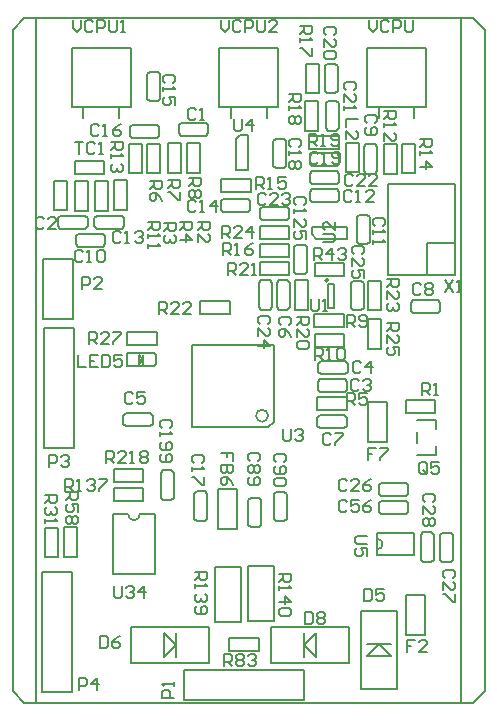
<source format=gto>
%FSLAX25Y25*%
%MOIN*%
G70*
G01*
G75*
%ADD10R,0.02756X0.03347*%
%ADD11R,0.03347X0.02756*%
%ADD12O,0.05500X0.02500*%
%ADD13R,0.05500X0.02500*%
%ADD14R,0.07874X0.07874*%
%ADD15R,0.07087X0.03937*%
%ADD16R,0.05118X0.03937*%
%ADD17R,0.07874X0.07874*%
%ADD18O,0.01969X0.03543*%
%ADD19O,0.01969X0.03543*%
%ADD20R,0.01969X0.03543*%
%ADD21O,0.04724X0.00984*%
%ADD22R,0.04724X0.01772*%
%ADD23O,0.04724X0.01772*%
%ADD24O,0.00984X0.04724*%
%ADD25O,0.01772X0.04724*%
%ADD26R,0.03937X0.02362*%
%ADD27R,0.04724X0.02362*%
%ADD28R,0.06299X0.07087*%
%ADD29R,0.03347X0.01575*%
%ADD30R,0.02362X0.04724*%
%ADD31C,0.02000*%
%ADD32C,0.03000*%
%ADD33C,0.01200*%
%ADD34C,0.04000*%
%ADD35C,0.00800*%
%ADD36C,0.01500*%
%ADD37C,0.01000*%
%ADD38C,0.00500*%
%ADD39R,0.05906X0.05906*%
%ADD40C,0.05906*%
%ADD41R,0.05906X0.05906*%
%ADD42R,0.19685X0.23622*%
%ADD43C,0.02000*%
%ADD44C,0.03000*%
%ADD45C,0.00787*%
D38*
X136219Y-204900D02*
G03*
X140219Y-204900I2000J0D01*
G01*
X219338Y-216666D02*
G03*
X219338Y-213123I0J1772D01*
G01*
X182900Y-172100D02*
G03*
X182900Y-172100I-2000J0D01*
G01*
X153919Y-78765D02*
X162187D01*
X162974Y-77978D02*
Y-75222D01*
X153131Y-77978D02*
Y-75222D01*
X153919Y-74435D02*
X162187D01*
X153131Y-75222D02*
X153919Y-74435D01*
X153131Y-77978D02*
X153919Y-78765D01*
X162187D02*
X162974Y-77978D01*
X162187Y-74435D02*
X162974Y-75222D01*
X180688Y-208481D02*
Y-200213D01*
X177145Y-199426D02*
X179901D01*
X177145Y-209268D02*
X179901D01*
X176357Y-208481D02*
Y-200213D01*
Y-208481D02*
X177145Y-209268D01*
X179901D02*
X180688Y-208481D01*
X179901Y-199426D02*
X180688Y-200213D01*
X176357D02*
X177145Y-199426D01*
X158335Y-206387D02*
Y-198119D01*
X159122Y-207174D02*
X161878D01*
X159122Y-197332D02*
X161878D01*
X162665Y-206387D02*
Y-198119D01*
X161878Y-197332D02*
X162665Y-198119D01*
X158335D02*
X159122Y-197332D01*
X158335Y-206387D02*
X159122Y-207174D01*
X161878D02*
X162665Y-206387D01*
X135831Y-155565D02*
Y-151235D01*
Y-155565D02*
X144887D01*
X145674Y-154778D02*
Y-152022D01*
X135831Y-151235D02*
X144887D01*
X144887Y-155565D02*
X145674Y-154778D01*
X141245Y-154778D02*
Y-152022D01*
X139867Y-154778D02*
Y-152022D01*
X141245Y-153400D01*
X139867Y-154778D02*
X141245Y-153400D01*
X139867D02*
X141245D01*
X144887Y-151235D02*
X145674Y-152022D01*
X145774Y-148565D02*
Y-144235D01*
X135932Y-148565D02*
Y-144235D01*
Y-148565D02*
X145774D01*
X135932Y-144235D02*
X145774D01*
X228758Y-171265D02*
X238600D01*
X228758Y-166935D02*
X238600D01*
Y-171265D02*
Y-166935D01*
X228758Y-171265D02*
Y-166935D01*
X140219Y-204900D02*
X145219D01*
X131219D02*
X136219D01*
X131219Y-224900D02*
X145219D01*
Y-204900D01*
X131219Y-224900D02*
Y-204900D01*
X131431Y-196335D02*
X141274D01*
X131431Y-200665D02*
X141274D01*
X131431D02*
Y-196335D01*
X141274Y-200665D02*
Y-196335D01*
X148205Y-252437D02*
X152143Y-248500D01*
X148205Y-244563D02*
X152143Y-248500D01*
Y-252437D02*
Y-244563D01*
X148205Y-252437D02*
Y-244563D01*
X137182Y-242595D02*
X163166D01*
Y-254405D02*
Y-242595D01*
X137182Y-254405D02*
X163166D01*
X137182D02*
Y-242595D01*
X131532Y-189935D02*
X141374D01*
X131532Y-194265D02*
X141374D01*
X131532D02*
Y-189935D01*
X141374Y-194265D02*
Y-189935D01*
X165269Y-240856D02*
Y-222549D01*
X173931Y-240856D02*
Y-222549D01*
X165269D02*
X173931D01*
X165269Y-240856D02*
X173931D01*
X147135Y-199387D02*
Y-191119D01*
X147922Y-200174D02*
X150678D01*
X147922Y-190331D02*
X150678D01*
X151465Y-199387D02*
Y-191119D01*
X150678Y-190331D02*
X151465Y-191119D01*
X147135D02*
X147922Y-190331D01*
X147135Y-199387D02*
X147922Y-200174D01*
X150678D02*
X151465Y-199387D01*
X114835Y-219069D02*
Y-209226D01*
X119165Y-219069D02*
Y-209226D01*
X114835Y-219069D02*
X119165D01*
X114835Y-209226D02*
X119165D01*
X176169Y-240656D02*
Y-222349D01*
X184831Y-240656D02*
Y-222349D01*
X176169D02*
X184831D01*
X176169Y-240656D02*
X184831D01*
X194957Y-248500D02*
X198895Y-244563D01*
X194957Y-248500D02*
X198895Y-252437D01*
X194957D02*
Y-244563D01*
X198895Y-252437D02*
Y-244563D01*
X183934Y-254405D02*
X209918D01*
X183934D02*
Y-242595D01*
X209918D01*
Y-254405D02*
Y-242595D01*
X108535Y-219268D02*
Y-209426D01*
X112865Y-219268D02*
Y-209426D01*
X108535Y-219268D02*
X112865D01*
X108535Y-209426D02*
X112865D01*
X172650Y-209856D02*
Y-196470D01*
X166350Y-209856D02*
Y-196470D01*
X172650Y-197454D02*
X172650D01*
X166350Y-209856D02*
X172650D01*
X166350Y-196470D02*
X172650D01*
X169926Y-250665D02*
X179769D01*
X169926Y-246335D02*
X179769D01*
Y-250665D02*
Y-246335D01*
X169926Y-250665D02*
Y-246335D01*
X189165Y-206581D02*
Y-198313D01*
X185622Y-197526D02*
X188378D01*
X185622Y-207368D02*
X188378D01*
X184835Y-206581D02*
Y-198313D01*
Y-206581D02*
X185622Y-207368D01*
X188378D02*
X189165Y-206581D01*
X188378Y-197526D02*
X189165Y-198313D01*
X184835D02*
X185622Y-197526D01*
X219900Y-248158D02*
X223837Y-252095D01*
X215963D02*
X219900Y-248158D01*
X215963D02*
X223837D01*
X215963Y-252095D02*
X223837D01*
X213995Y-263118D02*
Y-237134D01*
X225805D01*
Y-263118D02*
Y-237134D01*
X213995Y-263118D02*
X225805D01*
X219338Y-211351D02*
X231542D01*
Y-218438D02*
Y-211351D01*
X219338Y-218438D02*
Y-211351D01*
Y-218438D02*
X231542D01*
X229050Y-231870D02*
X235350D01*
X229050Y-245256D02*
X235350D01*
X235350Y-232854D02*
X235350D01*
X229050Y-245256D02*
Y-231870D01*
X235350Y-245256D02*
Y-231870D01*
X220519Y-204865D02*
X228787D01*
X229574Y-204078D02*
Y-201322D01*
X219731Y-204078D02*
Y-201322D01*
X220519Y-200535D02*
X228787D01*
X219731Y-201322D02*
X220519Y-200535D01*
X219731Y-204078D02*
X220519Y-204865D01*
X228787D02*
X229574Y-204078D01*
X228787Y-200535D02*
X229574Y-201322D01*
X220613Y-194535D02*
X228881D01*
X219826Y-198078D02*
Y-195322D01*
X229668Y-198078D02*
Y-195322D01*
X220613Y-198865D02*
X228881D01*
X229668Y-198078D01*
X228881Y-194535D02*
X229668Y-195322D01*
X219826D02*
X220613Y-194535D01*
X219826Y-198078D02*
X220613Y-198865D01*
X238065Y-220081D02*
Y-211813D01*
X234522Y-211026D02*
X237278D01*
X234522Y-220868D02*
X237278D01*
X233735Y-220081D02*
Y-211813D01*
Y-220081D02*
X234522Y-220868D01*
X237278D02*
X238065Y-220081D01*
X237278Y-211026D02*
X238065Y-211813D01*
X233735D02*
X234522Y-211026D01*
X240235Y-220187D02*
Y-211919D01*
X241022Y-220974D02*
X243778D01*
X241022Y-211132D02*
X243778D01*
X244565Y-220187D02*
Y-211919D01*
X243778Y-211132D02*
X244565Y-211919D01*
X240235D02*
X241022Y-211132D01*
X240235Y-220187D02*
X241022Y-220974D01*
X243778D02*
X244565Y-220187D01*
X197613Y-84635D02*
X205881D01*
X196826Y-88178D02*
Y-85422D01*
X206668Y-88178D02*
Y-85422D01*
X197613Y-88965D02*
X205881D01*
X206668Y-88178D01*
X205881Y-84635D02*
X206668Y-85422D01*
X196826D02*
X197613Y-84635D01*
X196826Y-88178D02*
X197613Y-88965D01*
X195865Y-124181D02*
Y-115913D01*
X192322Y-115126D02*
X195078D01*
X192322Y-124969D02*
X195078D01*
X191535Y-124181D02*
Y-115913D01*
Y-124181D02*
X192322Y-124969D01*
X195078D02*
X195865Y-124181D01*
X195078Y-115126D02*
X195865Y-115913D01*
X191535D02*
X192322Y-115126D01*
X197613Y-96635D02*
X205881D01*
X196826Y-100178D02*
Y-97422D01*
X206668Y-100178D02*
Y-97422D01*
X197613Y-100965D02*
X205881D01*
X206668Y-100178D01*
X205881Y-96635D02*
X206668Y-97422D01*
X196826D02*
X197613Y-96635D01*
X196826Y-100178D02*
X197613Y-100965D01*
X216765Y-114181D02*
Y-105913D01*
X213222Y-105126D02*
X215978D01*
X213222Y-114969D02*
X215978D01*
X212435Y-114181D02*
Y-105913D01*
Y-114181D02*
X213222Y-114969D01*
X215978D02*
X216765Y-114181D01*
X215978Y-105126D02*
X216765Y-105913D01*
X212435D02*
X213222Y-105126D01*
X136435Y-91369D02*
Y-81526D01*
X140765Y-91369D02*
Y-81526D01*
X136435Y-91369D02*
X140765D01*
X136435Y-81526D02*
X140765D01*
X119619Y-115765D02*
X127887D01*
X128674Y-114978D02*
Y-112222D01*
X118832Y-114978D02*
Y-112222D01*
X119619Y-111435D02*
X127887D01*
X118832Y-112222D02*
X119619Y-111435D01*
X118832Y-114978D02*
X119619Y-115765D01*
X127887D02*
X128674Y-114978D01*
X127887Y-111435D02*
X128674Y-112222D01*
X125819Y-109765D02*
X134087D01*
X134874Y-108978D02*
Y-106222D01*
X125031Y-108978D02*
Y-106222D01*
X125819Y-105435D02*
X134087D01*
X125031Y-106222D02*
X125819Y-105435D01*
X125031Y-108978D02*
X125819Y-109765D01*
X134087D02*
X134874Y-108978D01*
X134087Y-105435D02*
X134874Y-106222D01*
X157404Y-176021D02*
X182994D01*
X182994D02*
X184963Y-174053D01*
X184963Y-174053D02*
Y-148462D01*
X157404D02*
X184963D01*
X157404Y-176021D02*
Y-148462D01*
X160226Y-138265D02*
X170069D01*
X160226Y-133935D02*
X170069D01*
Y-138265D02*
Y-133935D01*
X160226Y-138265D02*
Y-133935D01*
X199326Y-170265D02*
X209169D01*
X199326Y-165935D02*
X209169D01*
Y-170265D02*
Y-165935D01*
X199326Y-170265D02*
Y-165935D01*
X200213Y-160035D02*
X208481D01*
X199426Y-163578D02*
Y-160822D01*
X209268Y-163578D02*
Y-160822D01*
X200213Y-164365D02*
X208481D01*
X209268Y-163578D01*
X208481Y-160035D02*
X209268Y-160822D01*
X199426D02*
X200213Y-160035D01*
X199426Y-163578D02*
X200213Y-164365D01*
X188965Y-88781D02*
Y-80513D01*
X185422Y-79726D02*
X188178D01*
X185422Y-89569D02*
X188178D01*
X184635Y-88781D02*
Y-80513D01*
Y-88781D02*
X185422Y-89569D01*
X188178D02*
X188965Y-88781D01*
X188178Y-79726D02*
X188965Y-80513D01*
X184635D02*
X185422Y-79726D01*
X135419Y-175665D02*
X143687D01*
X144474Y-174878D02*
Y-172122D01*
X134632Y-174878D02*
Y-172122D01*
X135419Y-171335D02*
X143687D01*
X134632Y-172122D02*
X135419Y-171335D01*
X134632Y-174878D02*
X135419Y-175665D01*
X143687D02*
X144474Y-174878D01*
X143687Y-171335D02*
X144474Y-172122D01*
X200413Y-154035D02*
X208681D01*
X199626Y-157578D02*
Y-154822D01*
X209469Y-157578D02*
Y-154822D01*
X200413Y-158365D02*
X208681D01*
X209469Y-157578D01*
X208681Y-154035D02*
X209469Y-154822D01*
X199626D02*
X200413Y-154035D01*
X199626Y-157578D02*
X200413Y-158365D01*
X200113Y-171935D02*
X208381D01*
X199326Y-175478D02*
Y-172722D01*
X209169Y-175478D02*
Y-172722D01*
X200113Y-176265D02*
X208381D01*
X209169Y-175478D01*
X208381Y-171935D02*
X209169Y-172722D01*
X199326D02*
X200113Y-171935D01*
X199326Y-175478D02*
X200113Y-176265D01*
X238968Y-185242D02*
Y-182290D01*
Y-176384D02*
Y-173432D01*
X232668Y-181109D02*
Y-177565D01*
Y-185242D02*
X238968D01*
X232668Y-173432D02*
X238968D01*
X235558Y-69081D02*
Y-49396D01*
X231621Y-73018D02*
Y-69081D01*
X219810Y-73018D02*
Y-69081D01*
X215873D02*
Y-49396D01*
X186346Y-69081D02*
Y-49396D01*
X182409Y-73018D02*
Y-69081D01*
X170598Y-73018D02*
Y-69081D01*
X166661D02*
Y-49396D01*
X117448D02*
X137133D01*
X166661D02*
X186346D01*
X215873D02*
X235558D01*
X137133Y-69081D02*
Y-49396D01*
X133196Y-73018D02*
Y-69081D01*
X215873D02*
X235558D01*
X166661D02*
X186346D01*
X121385Y-73018D02*
Y-69081D01*
X117448D02*
Y-49396D01*
Y-69081D02*
X137133D01*
X247369Y-267900D02*
Y-39553D01*
X105637Y-267900D02*
Y-39553D01*
X167126Y-103378D02*
X167913Y-104165D01*
X167126Y-100622D02*
X167913Y-99835D01*
X176181D02*
X176969Y-100622D01*
X176181Y-104165D02*
X176969Y-103378D01*
X167913Y-104165D02*
X176181D01*
X176969Y-103378D02*
Y-100622D01*
X167126Y-103378D02*
Y-100622D01*
X167913Y-99835D02*
X176181D01*
X142635Y-58213D02*
X143422Y-57426D01*
X146178D02*
X146965Y-58213D01*
X146178Y-67269D02*
X146965Y-66481D01*
X142635D02*
X143422Y-67269D01*
X142635Y-66481D02*
Y-58213D01*
X143422Y-67269D02*
X146178D01*
X143422Y-57426D02*
X146178D01*
X146965Y-66481D02*
Y-58213D01*
X198426Y-149065D02*
X208268D01*
X198426Y-144735D02*
X208268D01*
Y-149065D02*
Y-144735D01*
X198426Y-149065D02*
Y-144735D01*
X216250Y-180830D02*
Y-167444D01*
X222550Y-180830D02*
Y-167444D01*
X216250Y-179846D02*
X216250D01*
X216250Y-167444D02*
X222550D01*
X216250Y-180830D02*
X222550D01*
X136826Y-78778D02*
X137613Y-79565D01*
X136826Y-76022D02*
X137613Y-75235D01*
X145881D02*
X146669Y-76022D01*
X145881Y-79565D02*
X146669Y-78778D01*
X137613Y-79565D02*
X145881D01*
X146669Y-78778D02*
Y-76022D01*
X136826Y-78778D02*
Y-76022D01*
X137613Y-75235D02*
X145881D01*
X112926Y-108978D02*
X113713Y-109765D01*
X112926Y-106222D02*
X113713Y-105435D01*
X121981D02*
X122768Y-106222D01*
X121981Y-109765D02*
X122768Y-108978D01*
X113713Y-109765D02*
X121981D01*
X122768Y-108978D02*
Y-106222D01*
X112926Y-108978D02*
Y-106222D01*
X113713Y-105435D02*
X121981D01*
X189378Y-136774D02*
X190165Y-135987D01*
X185835D02*
X186622Y-136774D01*
X185835Y-127719D02*
X186622Y-126932D01*
X189378D02*
X190165Y-127719D01*
Y-135987D02*
Y-127719D01*
X186622Y-126932D02*
X189378D01*
X186622Y-136774D02*
X189378D01*
X185835Y-135987D02*
Y-127719D01*
X239487Y-133635D02*
X240274Y-134422D01*
X239487Y-137965D02*
X240274Y-137178D01*
X230432D02*
X231219Y-137965D01*
X230432Y-134422D02*
X231219Y-133635D01*
X239487D01*
X230432Y-137178D02*
Y-134422D01*
X240274Y-137178D02*
Y-134422D01*
X231219Y-137965D02*
X239487D01*
X214935Y-82413D02*
X215722Y-81626D01*
X218478D02*
X219265Y-82413D01*
X218478Y-91469D02*
X219265Y-90681D01*
X214935D02*
X215722Y-91469D01*
X214935Y-90681D02*
Y-82413D01*
X215722Y-91469D02*
X218478D01*
X215722Y-81626D02*
X218478D01*
X219265Y-90681D02*
Y-82413D01*
X205378Y-64674D02*
X206165Y-63887D01*
X201835D02*
X202622Y-64674D01*
X201835Y-55619D02*
X202622Y-54831D01*
X205378D02*
X206165Y-55619D01*
Y-63887D02*
Y-55619D01*
X202622Y-54831D02*
X205378D01*
X202622Y-64674D02*
X205378D01*
X201835Y-63887D02*
Y-55619D01*
X205678Y-77074D02*
X206465Y-76287D01*
X202135D02*
X202922Y-77074D01*
X202135Y-68019D02*
X202922Y-67232D01*
X205678D02*
X206465Y-68019D01*
Y-76287D02*
Y-68019D01*
X202922Y-67232D02*
X205678D01*
X202922Y-77074D02*
X205678D01*
X202135Y-76287D02*
Y-68019D01*
X196826Y-94178D02*
X197613Y-94965D01*
X196826Y-91422D02*
X197613Y-90635D01*
X205881D02*
X206668Y-91422D01*
X205881Y-94965D02*
X206668Y-94178D01*
X197613Y-94965D02*
X205881D01*
X206668Y-94178D02*
Y-91422D01*
X196826Y-94178D02*
Y-91422D01*
X197613Y-90635D02*
X205881D01*
X180126Y-106078D02*
X180913Y-106865D01*
X180126Y-103322D02*
X180913Y-102535D01*
X189181D02*
X189969Y-103322D01*
X189181Y-106865D02*
X189969Y-106078D01*
X180913Y-106865D02*
X189181D01*
X189969Y-106078D02*
Y-103322D01*
X180126Y-106078D02*
Y-103322D01*
X180913Y-102535D02*
X189181D01*
X179935Y-127713D02*
X180722Y-126926D01*
X183478D02*
X184265Y-127713D01*
X183478Y-136768D02*
X184265Y-135981D01*
X179935D02*
X180722Y-136768D01*
X179935Y-135981D02*
Y-127713D01*
X180722Y-136768D02*
X183478D01*
X180722Y-126926D02*
X183478D01*
X184265Y-135981D02*
Y-127713D01*
X210435Y-127913D02*
X211222Y-127126D01*
X213978D02*
X214765Y-127913D01*
X213978Y-136969D02*
X214765Y-136181D01*
X210435D02*
X211222Y-136969D01*
X210435Y-136181D02*
Y-127913D01*
X211222Y-136969D02*
X213978D01*
X211222Y-127126D02*
X213978D01*
X214765Y-136181D02*
Y-127913D01*
X115965Y-103674D02*
Y-93831D01*
X111635Y-103674D02*
Y-93831D01*
X115965D01*
X111635Y-103674D02*
X115965D01*
X225765Y-91374D02*
Y-81532D01*
X221435Y-91374D02*
Y-81532D01*
X225765D01*
X221435Y-91374D02*
X225765D01*
X213065Y-90974D02*
Y-81132D01*
X208735Y-90974D02*
Y-81132D01*
X213065D01*
X208735Y-90974D02*
X213065D01*
X227535Y-91369D02*
Y-81526D01*
X231865Y-91369D02*
Y-81526D01*
X227535Y-91369D02*
X231865D01*
X227535Y-81526D02*
X231865D01*
X199665Y-77074D02*
Y-67232D01*
X195335Y-77074D02*
Y-67232D01*
X199665D01*
X195335Y-77074D02*
X199665D01*
X196726Y-83065D02*
X206569D01*
X196726Y-78735D02*
X206569D01*
Y-83065D02*
Y-78735D01*
X196726Y-83065D02*
Y-78735D01*
X199765Y-64574D02*
Y-54732D01*
X195435Y-64574D02*
Y-54732D01*
X199765D01*
X195435Y-64574D02*
X199765D01*
X167326Y-97565D02*
X177169D01*
X167326Y-93235D02*
X177169D01*
Y-97565D02*
Y-93235D01*
X167326Y-97565D02*
Y-93235D01*
X180126Y-119265D02*
X189969D01*
X180126Y-114935D02*
X189969D01*
Y-119265D02*
Y-114935D01*
X180126Y-119265D02*
Y-114935D01*
X135865Y-103374D02*
Y-93532D01*
X131535Y-103374D02*
Y-93532D01*
X135865D01*
X131535Y-103374D02*
X135865D01*
X125135Y-103769D02*
Y-93926D01*
X129465Y-103769D02*
Y-93926D01*
X125135Y-103769D02*
X129465D01*
X125135Y-93926D02*
X129465D01*
X118532Y-87335D02*
X128374D01*
X118532Y-91665D02*
X128374D01*
X118532D02*
Y-87335D01*
X128374Y-91665D02*
Y-87335D01*
X118435Y-103868D02*
Y-94026D01*
X122765Y-103868D02*
Y-94026D01*
X118435Y-103868D02*
X122765D01*
X118435Y-94026D02*
X122765D01*
X216335Y-149768D02*
Y-139926D01*
X220665Y-149768D02*
Y-139926D01*
X216335Y-149768D02*
X220665D01*
X216335Y-139926D02*
X220665D01*
X180126Y-113065D02*
X189969D01*
X180126Y-108735D02*
X189969D01*
Y-113065D02*
Y-108735D01*
X180126Y-113065D02*
Y-108735D01*
X216335Y-136969D02*
Y-127126D01*
X220665Y-136969D02*
Y-127126D01*
X216335Y-136969D02*
X220665D01*
X216335Y-127126D02*
X220665D01*
X180126Y-125165D02*
X189969D01*
X180126Y-120835D02*
X189969D01*
Y-125165D02*
Y-120835D01*
X180126Y-125165D02*
Y-120835D01*
X191735Y-136768D02*
Y-126926D01*
X196065Y-136768D02*
Y-126926D01*
X191735Y-136768D02*
X196065D01*
X191735Y-126926D02*
X196065D01*
X198326Y-142665D02*
X208169D01*
X198326Y-138335D02*
X208169D01*
Y-142665D02*
Y-138335D01*
X198326Y-142665D02*
Y-138335D01*
X142535Y-91369D02*
Y-81526D01*
X146865Y-91369D02*
Y-81526D01*
X142535Y-91369D02*
X146865D01*
X142535Y-81526D02*
X146865D01*
X149635Y-91168D02*
Y-81326D01*
X153965Y-91168D02*
Y-81326D01*
X149635Y-91168D02*
X153965D01*
X149635Y-81326D02*
X153965D01*
X155935Y-91168D02*
Y-81326D01*
X160265Y-91168D02*
Y-81326D01*
X155935Y-91168D02*
X160265D01*
X155935Y-81326D02*
X160265D01*
X173700Y-78500D02*
X176200D01*
X172300Y-79900D02*
X173700Y-78500D01*
X172300Y-90311D02*
Y-79900D01*
Y-90311D02*
X176200D01*
Y-78500D01*
X198432Y-121235D02*
X208274D01*
X198432Y-125565D02*
X208274D01*
X198432D02*
Y-121235D01*
X208274Y-125565D02*
Y-121235D01*
X222800Y-125100D02*
Y-94800D01*
Y-125100D02*
X245200D01*
X222800Y-94800D02*
X245200D01*
Y-125100D02*
Y-94800D01*
X235900Y-125100D02*
Y-114700D01*
X245000D01*
X197400Y-111700D02*
Y-109200D01*
Y-111700D02*
X198800Y-113100D01*
X209211D01*
Y-109200D01*
X197400D02*
X209211D01*
X148100Y-107900D02*
X152099D01*
Y-109899D01*
X151432Y-110566D01*
X150099D01*
X149433Y-109899D01*
Y-107900D01*
Y-109233D02*
X148100Y-110566D01*
X151432Y-111899D02*
X152099Y-112565D01*
Y-113898D01*
X151432Y-114565D01*
X150766D01*
X150099Y-113898D01*
Y-113232D01*
Y-113898D01*
X149433Y-114565D01*
X148767D01*
X148100Y-113898D01*
Y-112565D01*
X148767Y-111899D01*
X153700Y-107600D02*
X157699D01*
Y-109599D01*
X157032Y-110266D01*
X155699D01*
X155033Y-109599D01*
Y-107600D01*
Y-108933D02*
X153700Y-110266D01*
Y-113598D02*
X157699D01*
X155699Y-111599D01*
Y-114265D01*
X143700Y-94000D02*
X147699D01*
Y-95999D01*
X147032Y-96666D01*
X145699D01*
X145033Y-95999D01*
Y-94000D01*
Y-95333D02*
X143700Y-96666D01*
X147699Y-100664D02*
X147032Y-99332D01*
X145699Y-97999D01*
X144367D01*
X143700Y-98665D01*
Y-99998D01*
X144367Y-100664D01*
X145033D01*
X145699Y-99998D01*
Y-97999D01*
X149400Y-93700D02*
X153399D01*
Y-95699D01*
X152732Y-96366D01*
X151399D01*
X150733Y-95699D01*
Y-93700D01*
Y-95033D02*
X149400Y-96366D01*
X153399Y-97699D02*
Y-100364D01*
X152732D01*
X150066Y-97699D01*
X149400D01*
X156600Y-93000D02*
X160599D01*
Y-94999D01*
X159932Y-95666D01*
X158599D01*
X157933Y-94999D01*
Y-93000D01*
Y-94333D02*
X156600Y-95666D01*
X159932Y-96999D02*
X160599Y-97665D01*
Y-98998D01*
X159932Y-99664D01*
X159266D01*
X158599Y-98998D01*
X157933Y-99664D01*
X157266D01*
X156600Y-98998D01*
Y-97665D01*
X157266Y-96999D01*
X157933D01*
X158599Y-97665D01*
X159266Y-96999D01*
X159932D01*
X158599Y-97665D02*
Y-98998D01*
X209100Y-142600D02*
Y-138601D01*
X211099D01*
X211766Y-139268D01*
Y-140601D01*
X211099Y-141267D01*
X209100D01*
X210433D02*
X211766Y-142600D01*
X213099Y-141934D02*
X213765Y-142600D01*
X215098D01*
X215764Y-141934D01*
Y-139268D01*
X215098Y-138601D01*
X213765D01*
X213099Y-139268D01*
Y-139934D01*
X213765Y-140601D01*
X215764D01*
X192500Y-139300D02*
X196499D01*
Y-141299D01*
X195832Y-141966D01*
X194499D01*
X193833Y-141299D01*
Y-139300D01*
Y-140633D02*
X192500Y-141966D01*
Y-145965D02*
Y-143299D01*
X195166Y-145965D01*
X195832D01*
X196499Y-145298D01*
Y-143965D01*
X195832Y-143299D01*
Y-147297D02*
X196499Y-147964D01*
Y-149297D01*
X195832Y-149963D01*
X193166D01*
X192500Y-149297D01*
Y-147964D01*
X193166Y-147297D01*
X195832D01*
X169500Y-125300D02*
Y-121301D01*
X171499D01*
X172166Y-121968D01*
Y-123301D01*
X171499Y-123967D01*
X169500D01*
X170833D02*
X172166Y-125300D01*
X176164D02*
X173499D01*
X176164Y-122634D01*
Y-121968D01*
X175498Y-121301D01*
X174165D01*
X173499Y-121968D01*
X177497Y-125300D02*
X178830D01*
X178164D01*
Y-121301D01*
X177497Y-121968D01*
X222400Y-126600D02*
X226399D01*
Y-128599D01*
X225732Y-129266D01*
X224399D01*
X223733Y-128599D01*
Y-126600D01*
Y-127933D02*
X222400Y-129266D01*
Y-133265D02*
Y-130599D01*
X225066Y-133265D01*
X225732D01*
X226399Y-132598D01*
Y-131265D01*
X225732Y-130599D01*
Y-134597D02*
X226399Y-135264D01*
Y-136597D01*
X225732Y-137263D01*
X225066D01*
X224399Y-136597D01*
Y-135930D01*
Y-136597D01*
X223733Y-137263D01*
X223066D01*
X222400Y-136597D01*
Y-135264D01*
X223066Y-134597D01*
X167700Y-112900D02*
Y-108901D01*
X169699D01*
X170366Y-109568D01*
Y-110901D01*
X169699Y-111567D01*
X167700D01*
X169033D02*
X170366Y-112900D01*
X174364D02*
X171699D01*
X174364Y-110234D01*
Y-109568D01*
X173698Y-108901D01*
X172365D01*
X171699Y-109568D01*
X177697Y-112900D02*
Y-108901D01*
X175697Y-110901D01*
X178363D01*
X222500Y-141100D02*
X226499D01*
Y-143099D01*
X225832Y-143766D01*
X224499D01*
X223833Y-143099D01*
Y-141100D01*
Y-142433D02*
X222500Y-143766D01*
Y-147765D02*
Y-145099D01*
X225166Y-147765D01*
X225832D01*
X226499Y-147098D01*
Y-145765D01*
X225832Y-145099D01*
X226499Y-151763D02*
Y-149097D01*
X224499D01*
X225166Y-150430D01*
Y-151097D01*
X224499Y-151763D01*
X223166D01*
X222500Y-151097D01*
Y-149764D01*
X223166Y-149097D01*
X198100Y-120100D02*
Y-116101D01*
X200099D01*
X200766Y-116768D01*
Y-118101D01*
X200099Y-118767D01*
X198100D01*
X199433D02*
X200766Y-120100D01*
X204098D02*
Y-116101D01*
X202099Y-118101D01*
X204765D01*
X206097Y-116768D02*
X206764Y-116101D01*
X208097D01*
X208763Y-116768D01*
Y-117434D01*
X208097Y-118101D01*
X207430D01*
X208097D01*
X208763Y-118767D01*
Y-119433D01*
X208097Y-120100D01*
X206764D01*
X206097Y-119433D01*
X118600Y-81001D02*
X121266D01*
X119933D01*
Y-85000D01*
X125265Y-81668D02*
X124598Y-81001D01*
X123265D01*
X122599Y-81668D01*
Y-84334D01*
X123265Y-85000D01*
X124598D01*
X125265Y-84334D01*
X126597Y-85000D02*
X127930D01*
X127264D01*
Y-81001D01*
X126597Y-81668D01*
X171600Y-73301D02*
Y-76634D01*
X172266Y-77300D01*
X173599D01*
X174266Y-76634D01*
Y-73301D01*
X177598Y-77300D02*
Y-73301D01*
X175599Y-75301D01*
X178264D01*
X118050Y-40051D02*
Y-42717D01*
X119383Y-44050D01*
X120716Y-42717D01*
Y-40051D01*
X124715Y-40718D02*
X124048Y-40051D01*
X122715D01*
X122049Y-40718D01*
Y-43384D01*
X122715Y-44050D01*
X124048D01*
X124715Y-43384D01*
X126047Y-44050D02*
Y-40051D01*
X128047D01*
X128713Y-40718D01*
Y-42051D01*
X128047Y-42717D01*
X126047D01*
X130046Y-40051D02*
Y-43384D01*
X130713Y-44050D01*
X132045D01*
X132712Y-43384D01*
Y-40051D01*
X134045Y-44050D02*
X135378D01*
X134711D01*
Y-40051D01*
X134045Y-40718D01*
X167250Y-40051D02*
Y-42717D01*
X168583Y-44050D01*
X169916Y-42717D01*
Y-40051D01*
X173915Y-40718D02*
X173248Y-40051D01*
X171915D01*
X171249Y-40718D01*
Y-43384D01*
X171915Y-44050D01*
X173248D01*
X173915Y-43384D01*
X175247Y-44050D02*
Y-40051D01*
X177247D01*
X177913Y-40718D01*
Y-42051D01*
X177247Y-42717D01*
X175247D01*
X179246Y-40051D02*
Y-43384D01*
X179913Y-44050D01*
X181246D01*
X181912Y-43384D01*
Y-40051D01*
X185911Y-44050D02*
X183245D01*
X185911Y-41384D01*
Y-40718D01*
X185244Y-40051D01*
X183911D01*
X183245Y-40718D01*
X216450Y-40051D02*
Y-42717D01*
X217783Y-44050D01*
X219116Y-42717D01*
Y-40051D01*
X223114Y-40718D02*
X222448Y-40051D01*
X221115D01*
X220449Y-40718D01*
Y-43384D01*
X221115Y-44050D01*
X222448D01*
X223114Y-43384D01*
X224447Y-44050D02*
Y-40051D01*
X226447D01*
X227113Y-40718D01*
Y-42051D01*
X226447Y-42717D01*
X224447D01*
X228446Y-40051D02*
Y-43384D01*
X229113Y-44050D01*
X230446D01*
X231112Y-43384D01*
Y-40051D01*
X241800Y-126901D02*
X244466Y-130900D01*
Y-126901D02*
X241800Y-130900D01*
X245799D02*
X247132D01*
X246465D01*
Y-126901D01*
X245799Y-127568D01*
X197100Y-133301D02*
Y-136634D01*
X197766Y-137300D01*
X199099D01*
X199766Y-136634D01*
Y-133301D01*
X201099Y-137300D02*
X202432D01*
X201765D01*
Y-133301D01*
X201099Y-133968D01*
X201301Y-114300D02*
X204633D01*
X205300Y-113634D01*
Y-112301D01*
X204633Y-111634D01*
X201301D01*
X205300Y-107635D02*
Y-110301D01*
X202634Y-107635D01*
X201968D01*
X201301Y-108302D01*
Y-109635D01*
X201968Y-110301D01*
X178800Y-96400D02*
Y-92401D01*
X180799D01*
X181466Y-93068D01*
Y-94401D01*
X180799Y-95067D01*
X178800D01*
X180133D02*
X181466Y-96400D01*
X182799D02*
X184132D01*
X183465D01*
Y-92401D01*
X182799Y-93068D01*
X188797Y-92401D02*
X186131D01*
Y-94401D01*
X187464Y-93734D01*
X188130D01*
X188797Y-94401D01*
Y-95734D01*
X188130Y-96400D01*
X186797D01*
X186131Y-95734D01*
X167900Y-118700D02*
Y-114701D01*
X169899D01*
X170566Y-115368D01*
Y-116701D01*
X169899Y-117367D01*
X167900D01*
X169233D02*
X170566Y-118700D01*
X171899D02*
X173232D01*
X172565D01*
Y-114701D01*
X171899Y-115368D01*
X177897Y-114701D02*
X176564Y-115368D01*
X175231Y-116701D01*
Y-118034D01*
X175897Y-118700D01*
X177230D01*
X177897Y-118034D01*
Y-117367D01*
X177230Y-116701D01*
X175231D01*
X158766Y-70095D02*
X158099Y-69428D01*
X156766D01*
X156100Y-70095D01*
Y-72760D01*
X156766Y-73427D01*
X158099D01*
X158766Y-72760D01*
X160099Y-73427D02*
X161432D01*
X160765D01*
Y-69428D01*
X160099Y-70095D01*
X121000Y-129800D02*
Y-125801D01*
X122999D01*
X123666Y-126468D01*
Y-127801D01*
X122999Y-128467D01*
X121000D01*
X127664Y-129800D02*
X124999D01*
X127664Y-127134D01*
Y-126468D01*
X126998Y-125801D01*
X125665D01*
X124999Y-126468D01*
X123100Y-148200D02*
Y-144201D01*
X125099D01*
X125766Y-144868D01*
Y-146201D01*
X125099Y-146867D01*
X123100D01*
X124433D02*
X125766Y-148200D01*
X129764D02*
X127099D01*
X129764Y-145534D01*
Y-144868D01*
X129098Y-144201D01*
X127765D01*
X127099Y-144868D01*
X131097Y-144201D02*
X133763D01*
Y-144868D01*
X131097Y-147534D01*
Y-148200D01*
X119500Y-152001D02*
Y-156000D01*
X122166D01*
X126164Y-152001D02*
X123499D01*
Y-156000D01*
X126164D01*
X123499Y-154001D02*
X124832D01*
X127497Y-152001D02*
Y-156000D01*
X129497D01*
X130163Y-155333D01*
Y-152668D01*
X129497Y-152001D01*
X127497D01*
X134162D02*
X131496D01*
Y-154001D01*
X132829Y-153334D01*
X133495D01*
X134162Y-154001D01*
Y-155333D01*
X133495Y-156000D01*
X132163D01*
X131496Y-155333D01*
X131700Y-228801D02*
Y-232134D01*
X132367Y-232800D01*
X133699D01*
X134366Y-232134D01*
Y-228801D01*
X135699Y-229468D02*
X136365Y-228801D01*
X137698D01*
X138365Y-229468D01*
Y-230134D01*
X137698Y-230801D01*
X137032D01*
X137698D01*
X138365Y-231467D01*
Y-232134D01*
X137698Y-232800D01*
X136365D01*
X135699Y-232134D01*
X141697Y-232800D02*
Y-228801D01*
X139697Y-230801D01*
X142363D01*
X159600Y-107700D02*
X163599D01*
Y-109699D01*
X162932Y-110366D01*
X161599D01*
X160933Y-109699D01*
Y-107700D01*
Y-109033D02*
X159600Y-110366D01*
Y-114365D02*
Y-111699D01*
X162266Y-114365D01*
X162932D01*
X163599Y-113698D01*
Y-112365D01*
X162932Y-111699D01*
X215999Y-212300D02*
X212666D01*
X212000Y-212966D01*
Y-214299D01*
X212666Y-214966D01*
X215999D01*
Y-218965D02*
Y-216299D01*
X213999D01*
X214666Y-217632D01*
Y-218298D01*
X213999Y-218965D01*
X212666D01*
X212000Y-218298D01*
Y-216965D01*
X212666Y-216299D01*
X188000Y-176701D02*
Y-180034D01*
X188666Y-180700D01*
X189999D01*
X190666Y-180034D01*
Y-176701D01*
X191999Y-177368D02*
X192665Y-176701D01*
X193998D01*
X194665Y-177368D01*
Y-178034D01*
X193998Y-178701D01*
X193332D01*
X193998D01*
X194665Y-179367D01*
Y-180034D01*
X193998Y-180700D01*
X192665D01*
X191999Y-180034D01*
X233500Y-80000D02*
X237499D01*
Y-81999D01*
X236832Y-82666D01*
X235499D01*
X234833Y-81999D01*
Y-80000D01*
Y-81333D02*
X233500Y-82666D01*
Y-83999D02*
Y-85332D01*
Y-84665D01*
X237499D01*
X236832Y-83999D01*
X233500Y-89330D02*
X237499D01*
X235499Y-87331D01*
Y-89997D01*
X128800Y-187800D02*
Y-183801D01*
X130799D01*
X131466Y-184468D01*
Y-185801D01*
X130799Y-186467D01*
X128800D01*
X130133D02*
X131466Y-187800D01*
X135465D02*
X132799D01*
X135465Y-185134D01*
Y-184468D01*
X134798Y-183801D01*
X133465D01*
X132799Y-184468D01*
X136797Y-187800D02*
X138130D01*
X137464D01*
Y-183801D01*
X136797Y-184468D01*
X140130D02*
X140796Y-183801D01*
X142129D01*
X142796Y-184468D01*
Y-185134D01*
X142129Y-185801D01*
X142796Y-186467D01*
Y-187134D01*
X142129Y-187800D01*
X140796D01*
X140130Y-187134D01*
Y-186467D01*
X140796Y-185801D01*
X140130Y-185134D01*
Y-184468D01*
X140796Y-185801D02*
X142129D01*
X186500Y-224900D02*
X190499D01*
Y-226899D01*
X189832Y-227566D01*
X188499D01*
X187833Y-226899D01*
Y-224900D01*
Y-226233D02*
X186500Y-227566D01*
Y-228899D02*
Y-230232D01*
Y-229565D01*
X190499D01*
X189832Y-228899D01*
X186500Y-234230D02*
X190499D01*
X188499Y-232231D01*
Y-234897D01*
X189832Y-236230D02*
X190499Y-236896D01*
Y-238229D01*
X189832Y-238896D01*
X187167D01*
X186500Y-238229D01*
Y-236896D01*
X187167Y-236230D01*
X189832D01*
X158400Y-224100D02*
X162399D01*
Y-226099D01*
X161732Y-226766D01*
X160399D01*
X159733Y-226099D01*
Y-224100D01*
Y-225433D02*
X158400Y-226766D01*
Y-228099D02*
Y-229432D01*
Y-228765D01*
X162399D01*
X161732Y-228099D01*
Y-231431D02*
X162399Y-232097D01*
Y-233430D01*
X161732Y-234097D01*
X161066D01*
X160399Y-233430D01*
Y-232764D01*
Y-233430D01*
X159733Y-234097D01*
X159066D01*
X158400Y-233430D01*
Y-232097D01*
X159066Y-231431D01*
Y-235430D02*
X158400Y-236096D01*
Y-237429D01*
X159066Y-238095D01*
X161732D01*
X162399Y-237429D01*
Y-236096D01*
X161732Y-235430D01*
X161066D01*
X160399Y-236096D01*
Y-238095D01*
X115200Y-197100D02*
Y-193101D01*
X117199D01*
X117866Y-193768D01*
Y-195101D01*
X117199Y-195767D01*
X115200D01*
X116533D02*
X117866Y-197100D01*
X119199D02*
X120532D01*
X119865D01*
Y-193101D01*
X119199Y-193768D01*
X122531D02*
X123197Y-193101D01*
X124530D01*
X125197Y-193768D01*
Y-194434D01*
X124530Y-195101D01*
X123864D01*
X124530D01*
X125197Y-195767D01*
Y-196433D01*
X124530Y-197100D01*
X123197D01*
X122531Y-196433D01*
X126530Y-193101D02*
X129195D01*
Y-193768D01*
X126530Y-196433D01*
Y-197100D01*
X168300Y-255600D02*
Y-251601D01*
X170299D01*
X170966Y-252268D01*
Y-253601D01*
X170299Y-254267D01*
X168300D01*
X169633D02*
X170966Y-255600D01*
X172299Y-252268D02*
X172965Y-251601D01*
X174298D01*
X174964Y-252268D01*
Y-252934D01*
X174298Y-253601D01*
X174964Y-254267D01*
Y-254934D01*
X174298Y-255600D01*
X172965D01*
X172299Y-254934D01*
Y-254267D01*
X172965Y-253601D01*
X172299Y-252934D01*
Y-252268D01*
X172965Y-253601D02*
X174298D01*
X176297Y-252268D02*
X176964Y-251601D01*
X178297D01*
X178963Y-252268D01*
Y-252934D01*
X178297Y-253601D01*
X177630D01*
X178297D01*
X178963Y-254267D01*
Y-254934D01*
X178297Y-255600D01*
X176964D01*
X176297Y-254934D01*
X115700Y-197600D02*
X119699D01*
Y-199599D01*
X119032Y-200266D01*
X117699D01*
X117033Y-199599D01*
Y-197600D01*
Y-198933D02*
X115700Y-200266D01*
X119699Y-204264D02*
Y-201599D01*
X117699D01*
X118366Y-202932D01*
Y-203598D01*
X117699Y-204264D01*
X116367D01*
X115700Y-203598D01*
Y-202265D01*
X116367Y-201599D01*
X119032Y-205597D02*
X119699Y-206264D01*
Y-207597D01*
X119032Y-208263D01*
X118366D01*
X117699Y-207597D01*
X117033Y-208263D01*
X116367D01*
X115700Y-207597D01*
Y-206264D01*
X116367Y-205597D01*
X117033D01*
X117699Y-206264D01*
X118366Y-205597D01*
X119032D01*
X117699Y-206264D02*
Y-207597D01*
X212799Y-73100D02*
X208800D01*
Y-75766D01*
Y-79764D02*
Y-77099D01*
X211466Y-79764D01*
X212132D01*
X212799Y-79098D01*
Y-77765D01*
X212132Y-77099D01*
X108700Y-198500D02*
X112699D01*
Y-200499D01*
X112032Y-201166D01*
X110699D01*
X110033Y-200499D01*
Y-198500D01*
Y-199833D02*
X108700Y-201166D01*
X112032Y-202499D02*
X112699Y-203165D01*
Y-204498D01*
X112032Y-205165D01*
X111366D01*
X110699Y-204498D01*
Y-203832D01*
Y-204498D01*
X110033Y-205165D01*
X109367D01*
X108700Y-204498D01*
Y-203165D01*
X109367Y-202499D01*
X108700Y-206497D02*
Y-207830D01*
Y-207164D01*
X112699D01*
X112032Y-206497D01*
X146400Y-138300D02*
Y-134301D01*
X148399D01*
X149066Y-134968D01*
Y-136301D01*
X148399Y-136967D01*
X146400D01*
X147733D02*
X149066Y-138300D01*
X153065D02*
X150399D01*
X153065Y-135634D01*
Y-134968D01*
X152398Y-134301D01*
X151065D01*
X150399Y-134968D01*
X157063Y-138300D02*
X154397D01*
X157063Y-135634D01*
Y-134968D01*
X156397Y-134301D01*
X155064D01*
X154397Y-134968D01*
X211632Y-63566D02*
X212299Y-62899D01*
Y-61566D01*
X211632Y-60900D01*
X208966D01*
X208300Y-61566D01*
Y-62899D01*
X208966Y-63566D01*
X208300Y-67564D02*
Y-64899D01*
X210966Y-67564D01*
X211632D01*
X212299Y-66898D01*
Y-65565D01*
X211632Y-64899D01*
X208300Y-68897D02*
Y-70230D01*
Y-69564D01*
X212299D01*
X211632Y-68897D01*
X204898Y-45166D02*
X205564Y-44499D01*
Y-43166D01*
X204898Y-42500D01*
X202232D01*
X201565Y-43166D01*
Y-44499D01*
X202232Y-45166D01*
X201565Y-49165D02*
Y-46499D01*
X204231Y-49165D01*
X204898D01*
X205564Y-48498D01*
Y-47165D01*
X204898Y-46499D01*
Y-50497D02*
X205564Y-51164D01*
Y-52497D01*
X204898Y-53163D01*
X202232D01*
X201565Y-52497D01*
Y-51164D01*
X202232Y-50497D01*
X204898D01*
X130400Y-81000D02*
X134399D01*
Y-82999D01*
X133732Y-83666D01*
X132399D01*
X131733Y-82999D01*
Y-81000D01*
Y-82333D02*
X130400Y-83666D01*
Y-84999D02*
Y-86332D01*
Y-85665D01*
X134399D01*
X133732Y-84999D01*
Y-88331D02*
X134399Y-88997D01*
Y-90330D01*
X133732Y-90997D01*
X133066D01*
X132399Y-90330D01*
Y-89664D01*
Y-90330D01*
X131733Y-90997D01*
X131067D01*
X130400Y-90330D01*
Y-88997D01*
X131067Y-88331D01*
X221600Y-70700D02*
X225599D01*
Y-72699D01*
X224932Y-73366D01*
X223599D01*
X222933Y-72699D01*
Y-70700D01*
Y-72033D02*
X221600Y-73366D01*
Y-74699D02*
Y-76032D01*
Y-75365D01*
X225599D01*
X224932Y-74699D01*
X221600Y-80697D02*
Y-78031D01*
X224266Y-80697D01*
X224932D01*
X225599Y-80030D01*
Y-78697D01*
X224932Y-78031D01*
X142800Y-107700D02*
X146799D01*
Y-109699D01*
X146132Y-110366D01*
X144799D01*
X144133Y-109699D01*
Y-107700D01*
Y-109033D02*
X142800Y-110366D01*
Y-111699D02*
Y-113032D01*
Y-112365D01*
X146799D01*
X146132Y-111699D01*
X142800Y-115031D02*
Y-116364D01*
Y-115697D01*
X146799D01*
X146132Y-115031D01*
X209169Y-168700D02*
Y-164701D01*
X211168D01*
X211834Y-165368D01*
Y-166701D01*
X211168Y-167367D01*
X209169D01*
X210501D02*
X211834Y-168700D01*
X215833Y-164701D02*
X213167D01*
Y-166701D01*
X214500Y-166034D01*
X215167D01*
X215833Y-166701D01*
Y-168034D01*
X215167Y-168700D01*
X213834D01*
X213167Y-168034D01*
X218432Y-74466D02*
X219099Y-73799D01*
Y-72466D01*
X218432Y-71800D01*
X215766D01*
X215100Y-72466D01*
Y-73799D01*
X215766Y-74466D01*
Y-75799D02*
X215100Y-76465D01*
Y-77798D01*
X215766Y-78465D01*
X218432D01*
X219099Y-77798D01*
Y-76465D01*
X218432Y-75799D01*
X217766D01*
X217099Y-76465D01*
Y-78465D01*
X233766Y-128568D02*
X233099Y-127901D01*
X231766D01*
X231100Y-128568D01*
Y-131234D01*
X231766Y-131900D01*
X233099D01*
X233766Y-131234D01*
X235099Y-128568D02*
X235765Y-127901D01*
X237098D01*
X237765Y-128568D01*
Y-129234D01*
X237098Y-129901D01*
X237765Y-130567D01*
Y-131234D01*
X237098Y-131900D01*
X235765D01*
X235099Y-131234D01*
Y-130567D01*
X235765Y-129901D01*
X235099Y-129234D01*
Y-128568D01*
X235765Y-129901D02*
X237098D01*
X189732Y-141966D02*
X190399Y-141299D01*
Y-139966D01*
X189732Y-139300D01*
X187066D01*
X186400Y-139966D01*
Y-141299D01*
X187066Y-141966D01*
X190399Y-145965D02*
X189732Y-144632D01*
X188399Y-143299D01*
X187066D01*
X186400Y-143965D01*
Y-145298D01*
X187066Y-145965D01*
X187733D01*
X188399Y-145298D01*
Y-143299D01*
X234100Y-165200D02*
Y-161201D01*
X236099D01*
X236766Y-161868D01*
Y-163201D01*
X236099Y-163867D01*
X234100D01*
X235433D02*
X236766Y-165200D01*
X238099D02*
X239432D01*
X238765D01*
Y-161201D01*
X238099Y-161868D01*
X235834Y-190833D02*
Y-188168D01*
X235168Y-187501D01*
X233835D01*
X233169Y-188168D01*
Y-190833D01*
X233835Y-191500D01*
X235168D01*
X234501Y-190167D02*
X235834Y-191500D01*
X235168D02*
X235834Y-190833D01*
X239833Y-187501D02*
X237167D01*
Y-189501D01*
X238500Y-188834D01*
X239167D01*
X239833Y-189501D01*
Y-190833D01*
X239167Y-191500D01*
X237834D01*
X237167Y-190833D01*
X110000Y-189200D02*
Y-185201D01*
X111999D01*
X112666Y-185868D01*
Y-187201D01*
X111999Y-187867D01*
X110000D01*
X113999Y-185868D02*
X114665Y-185201D01*
X115998D01*
X116665Y-185868D01*
Y-186534D01*
X115998Y-187201D01*
X115332D01*
X115998D01*
X116665Y-187867D01*
Y-188533D01*
X115998Y-189200D01*
X114665D01*
X113999Y-188533D01*
X151650Y-266350D02*
X147651D01*
Y-264351D01*
X148318Y-263684D01*
X149651D01*
X150317Y-264351D01*
Y-266350D01*
X151650Y-262351D02*
Y-261018D01*
Y-261685D01*
X147651D01*
X148318Y-262351D01*
X171199Y-187366D02*
Y-184700D01*
X169199D01*
Y-186033D01*
Y-184700D01*
X167200D01*
X171199Y-188699D02*
X167200D01*
Y-190698D01*
X167867Y-191365D01*
X168533D01*
X169199Y-190698D01*
Y-188699D01*
Y-190698D01*
X169866Y-191365D01*
X170532D01*
X171199Y-190698D01*
Y-188699D01*
Y-195363D02*
X170532Y-194030D01*
X169199Y-192697D01*
X167867D01*
X167200Y-193364D01*
Y-194697D01*
X167867Y-195363D01*
X168533D01*
X169199Y-194697D01*
Y-192697D01*
X218766Y-183001D02*
X216100D01*
Y-185001D01*
X217433D01*
X216100D01*
Y-187000D01*
X220099Y-183001D02*
X222764D01*
Y-183668D01*
X220099Y-186334D01*
Y-187000D01*
X231966Y-247001D02*
X229300D01*
Y-249001D01*
X230633D01*
X229300D01*
Y-251000D01*
X235964D02*
X233299D01*
X235964Y-248334D01*
Y-247668D01*
X235298Y-247001D01*
X233965D01*
X233299Y-247668D01*
X195100Y-237401D02*
Y-241400D01*
X197099D01*
X197766Y-240734D01*
Y-238068D01*
X197099Y-237401D01*
X195100D01*
X199099Y-238068D02*
X199765Y-237401D01*
X201098D01*
X201764Y-238068D01*
Y-238734D01*
X201098Y-239401D01*
X201764Y-240067D01*
Y-240734D01*
X201098Y-241400D01*
X199765D01*
X199099Y-240734D01*
Y-240067D01*
X199765Y-239401D01*
X199099Y-238734D01*
Y-238068D01*
X199765Y-239401D02*
X201098D01*
X126900Y-245501D02*
Y-249500D01*
X128899D01*
X129566Y-248834D01*
Y-246168D01*
X128899Y-245501D01*
X126900D01*
X133564D02*
X132232Y-246168D01*
X130899Y-247501D01*
Y-248834D01*
X131565Y-249500D01*
X132898D01*
X133564Y-248834D01*
Y-248167D01*
X132898Y-247501D01*
X130899D01*
X214750Y-229851D02*
Y-233850D01*
X216749D01*
X217416Y-233184D01*
Y-230518D01*
X216749Y-229851D01*
X214750D01*
X221414D02*
X218749D01*
Y-231851D01*
X220082Y-231184D01*
X220748D01*
X221414Y-231851D01*
Y-233184D01*
X220748Y-233850D01*
X219415D01*
X218749Y-233184D01*
X150332Y-176266D02*
X150999Y-175599D01*
Y-174267D01*
X150332Y-173600D01*
X147667D01*
X147000Y-174267D01*
Y-175599D01*
X147667Y-176266D01*
X147000Y-177599D02*
Y-178932D01*
Y-178265D01*
X150999D01*
X150332Y-177599D01*
X147667Y-180931D02*
X147000Y-181597D01*
Y-182930D01*
X147667Y-183597D01*
X150332D01*
X150999Y-182930D01*
Y-181597D01*
X150332Y-180931D01*
X149666D01*
X148999Y-181597D01*
Y-183597D01*
X147667Y-184930D02*
X147000Y-185596D01*
Y-186929D01*
X147667Y-187595D01*
X150332D01*
X150999Y-186929D01*
Y-185596D01*
X150332Y-184930D01*
X149666D01*
X148999Y-185596D01*
Y-187595D01*
X195032Y-101866D02*
X195699Y-101199D01*
Y-99866D01*
X195032Y-99200D01*
X192367D01*
X191700Y-99866D01*
Y-101199D01*
X192367Y-101866D01*
X191700Y-103199D02*
Y-104532D01*
Y-103865D01*
X195699D01*
X195032Y-103199D01*
X191700Y-109197D02*
Y-106531D01*
X194366Y-109197D01*
X195032D01*
X195699Y-108530D01*
Y-107197D01*
X195032Y-106531D01*
X195699Y-113196D02*
Y-110530D01*
X193699D01*
X194366Y-111863D01*
Y-112529D01*
X193699Y-113196D01*
X192367D01*
X191700Y-112529D01*
Y-111196D01*
X192367Y-110530D01*
X188232Y-187466D02*
X188899Y-186799D01*
Y-185467D01*
X188232Y-184800D01*
X185566D01*
X184900Y-185467D01*
Y-186799D01*
X185566Y-187466D01*
Y-188799D02*
X184900Y-189465D01*
Y-190798D01*
X185566Y-191464D01*
X188232D01*
X188899Y-190798D01*
Y-189465D01*
X188232Y-188799D01*
X187566D01*
X186899Y-189465D01*
Y-191464D01*
X188232Y-192797D02*
X188899Y-193464D01*
Y-194797D01*
X188232Y-195463D01*
X185566D01*
X184900Y-194797D01*
Y-193464D01*
X185566Y-192797D01*
X188232D01*
X179432Y-187366D02*
X180099Y-186699D01*
Y-185366D01*
X179432Y-184700D01*
X176767D01*
X176100Y-185366D01*
Y-186699D01*
X176767Y-187366D01*
X179432Y-188699D02*
X180099Y-189365D01*
Y-190698D01*
X179432Y-191365D01*
X178766D01*
X178099Y-190698D01*
X177433Y-191365D01*
X176767D01*
X176100Y-190698D01*
Y-189365D01*
X176767Y-188699D01*
X177433D01*
X178099Y-189365D01*
X178766Y-188699D01*
X179432D01*
X178099Y-189365D02*
Y-190698D01*
X176767Y-192697D02*
X176100Y-193364D01*
Y-194697D01*
X176767Y-195363D01*
X179432D01*
X180099Y-194697D01*
Y-193364D01*
X179432Y-192697D01*
X178766D01*
X178099Y-193364D01*
Y-195363D01*
X209166Y-200868D02*
X208499Y-200201D01*
X207166D01*
X206500Y-200868D01*
Y-203534D01*
X207166Y-204200D01*
X208499D01*
X209166Y-203534D01*
X213164Y-200201D02*
X210499D01*
Y-202201D01*
X211832Y-201534D01*
X212498D01*
X213164Y-202201D01*
Y-203534D01*
X212498Y-204200D01*
X211165D01*
X210499Y-203534D01*
X217163Y-200201D02*
X215830Y-200868D01*
X214497Y-202201D01*
Y-203534D01*
X215164Y-204200D01*
X216497D01*
X217163Y-203534D01*
Y-202867D01*
X216497Y-202201D01*
X214497D01*
X237732Y-200866D02*
X238399Y-200199D01*
Y-198866D01*
X237732Y-198200D01*
X235066D01*
X234400Y-198866D01*
Y-200199D01*
X235066Y-200866D01*
X234400Y-204865D02*
Y-202199D01*
X237066Y-204865D01*
X237732D01*
X238399Y-204198D01*
Y-202865D01*
X237732Y-202199D01*
Y-206197D02*
X238399Y-206864D01*
Y-208197D01*
X237732Y-208863D01*
X237066D01*
X236399Y-208197D01*
X235733Y-208863D01*
X235066D01*
X234400Y-208197D01*
Y-206864D01*
X235066Y-206197D01*
X235733D01*
X236399Y-206864D01*
X237066Y-206197D01*
X237732D01*
X236399Y-206864D02*
Y-208197D01*
X244632Y-226266D02*
X245299Y-225599D01*
Y-224266D01*
X244632Y-223600D01*
X241966D01*
X241300Y-224266D01*
Y-225599D01*
X241966Y-226266D01*
X241300Y-230264D02*
Y-227599D01*
X243966Y-230264D01*
X244632D01*
X245299Y-229598D01*
Y-228265D01*
X244632Y-227599D01*
X245299Y-231597D02*
Y-234263D01*
X244632D01*
X241966Y-231597D01*
X241300D01*
X209166Y-193968D02*
X208499Y-193301D01*
X207166D01*
X206500Y-193968D01*
Y-196634D01*
X207166Y-197300D01*
X208499D01*
X209166Y-196634D01*
X213164Y-197300D02*
X210499D01*
X213164Y-194634D01*
Y-193968D01*
X212498Y-193301D01*
X211165D01*
X210499Y-193968D01*
X217163Y-193301D02*
X215830Y-193968D01*
X214497Y-195301D01*
Y-196634D01*
X215164Y-197300D01*
X216497D01*
X217163Y-196634D01*
Y-195967D01*
X216497Y-195301D01*
X214497D01*
X160732Y-187966D02*
X161399Y-187299D01*
Y-185967D01*
X160732Y-185300D01*
X158066D01*
X157400Y-185967D01*
Y-187299D01*
X158066Y-187966D01*
X157400Y-189299D02*
Y-190632D01*
Y-189965D01*
X161399D01*
X160732Y-189299D01*
X161399Y-192631D02*
Y-195297D01*
X160732D01*
X158066Y-192631D01*
X157400D01*
X133966Y-111268D02*
X133299Y-110601D01*
X131966D01*
X131300Y-111268D01*
Y-113934D01*
X131966Y-114600D01*
X133299D01*
X133966Y-113934D01*
X135299Y-114600D02*
X136632D01*
X135965D01*
Y-110601D01*
X135299Y-111268D01*
X138631D02*
X139297Y-110601D01*
X140630D01*
X141297Y-111268D01*
Y-111934D01*
X140630Y-112601D01*
X139964D01*
X140630D01*
X141297Y-113267D01*
Y-113934D01*
X140630Y-114600D01*
X139297D01*
X138631Y-113934D01*
X210766Y-97568D02*
X210099Y-96901D01*
X208766D01*
X208100Y-97568D01*
Y-100234D01*
X208766Y-100900D01*
X210099D01*
X210766Y-100234D01*
X212099Y-100900D02*
X213432D01*
X212765D01*
Y-96901D01*
X212099Y-97568D01*
X218097Y-100900D02*
X215431D01*
X218097Y-98234D01*
Y-97568D01*
X217430Y-96901D01*
X216097D01*
X215431Y-97568D01*
X221232Y-108866D02*
X221899Y-108199D01*
Y-106867D01*
X221232Y-106200D01*
X218566D01*
X217900Y-106867D01*
Y-108199D01*
X218566Y-108866D01*
X217900Y-110199D02*
Y-111532D01*
Y-110865D01*
X221899D01*
X221232Y-110199D01*
X217900Y-113531D02*
Y-114864D01*
Y-114197D01*
X221899D01*
X221232Y-113531D01*
X121266Y-117568D02*
X120599Y-116901D01*
X119266D01*
X118600Y-117568D01*
Y-120234D01*
X119266Y-120900D01*
X120599D01*
X121266Y-120234D01*
X122599Y-120900D02*
X123932D01*
X123265D01*
Y-116901D01*
X122599Y-117568D01*
X125931D02*
X126597Y-116901D01*
X127930D01*
X128597Y-117568D01*
Y-120234D01*
X127930Y-120900D01*
X126597D01*
X125931Y-120234D01*
Y-117568D01*
X108303Y-106468D02*
X107636Y-105801D01*
X106304D01*
X105637Y-106468D01*
Y-109134D01*
X106304Y-109800D01*
X107636D01*
X108303Y-109134D01*
X112302Y-109800D02*
X109636D01*
X112302Y-107134D01*
Y-106468D01*
X111635Y-105801D01*
X110302D01*
X109636Y-106468D01*
X199492Y-84846D02*
X198825Y-84179D01*
X197492D01*
X196826Y-84846D01*
Y-87511D01*
X197492Y-88178D01*
X198825D01*
X199492Y-87511D01*
X200825Y-88178D02*
X202158D01*
X201491D01*
Y-84179D01*
X200825Y-84846D01*
X204157Y-87511D02*
X204823Y-88178D01*
X206156D01*
X206823Y-87511D01*
Y-84846D01*
X206156Y-84179D01*
X204823D01*
X204157Y-84846D01*
Y-85512D01*
X204823Y-86179D01*
X206823D01*
X203766Y-178568D02*
X203099Y-177901D01*
X201766D01*
X201100Y-178568D01*
Y-181234D01*
X201766Y-181900D01*
X203099D01*
X203766Y-181234D01*
X205099Y-177901D02*
X207765D01*
Y-178568D01*
X205099Y-181234D01*
Y-181900D01*
X193332Y-82666D02*
X193999Y-81999D01*
Y-80666D01*
X193332Y-80000D01*
X190666D01*
X190000Y-80666D01*
Y-81999D01*
X190666Y-82666D01*
X190000Y-83999D02*
Y-85332D01*
Y-84665D01*
X193999D01*
X193332Y-83999D01*
Y-87331D02*
X193999Y-87997D01*
Y-89330D01*
X193332Y-89997D01*
X192666D01*
X191999Y-89330D01*
X191333Y-89997D01*
X190666D01*
X190000Y-89330D01*
Y-87997D01*
X190666Y-87331D01*
X191333D01*
X191999Y-87997D01*
X192666Y-87331D01*
X193332D01*
X191999Y-87997D02*
Y-89330D01*
X138016Y-164718D02*
X137349Y-164051D01*
X136016D01*
X135350Y-164718D01*
Y-167384D01*
X136016Y-168050D01*
X137349D01*
X138016Y-167384D01*
X142015Y-164051D02*
X139349D01*
Y-166051D01*
X140682Y-165384D01*
X141348D01*
X142015Y-166051D01*
Y-167384D01*
X141348Y-168050D01*
X140015D01*
X139349Y-167384D01*
X213966Y-154468D02*
X213299Y-153801D01*
X211966D01*
X211300Y-154468D01*
Y-157133D01*
X211966Y-157800D01*
X213299D01*
X213966Y-157133D01*
X217298Y-157800D02*
Y-153801D01*
X215299Y-155801D01*
X217965D01*
X213066Y-160668D02*
X212399Y-160001D01*
X211066D01*
X210400Y-160668D01*
Y-163333D01*
X211066Y-164000D01*
X212399D01*
X213066Y-163333D01*
X214399Y-160668D02*
X215065Y-160001D01*
X216398D01*
X217064Y-160668D01*
Y-161334D01*
X216398Y-162001D01*
X215732D01*
X216398D01*
X217064Y-162667D01*
Y-163333D01*
X216398Y-164000D01*
X215065D01*
X214399Y-163333D01*
X126466Y-75568D02*
X125799Y-74901D01*
X124467D01*
X123800Y-75568D01*
Y-78234D01*
X124467Y-78900D01*
X125799D01*
X126466Y-78234D01*
X127799Y-78900D02*
X129132D01*
X128465D01*
Y-74901D01*
X127799Y-75568D01*
X133797Y-74901D02*
X132464Y-75568D01*
X131131Y-76901D01*
Y-78234D01*
X131797Y-78900D01*
X133130D01*
X133797Y-78234D01*
Y-77567D01*
X133130Y-76901D01*
X131131D01*
X158766Y-100968D02*
X158099Y-100301D01*
X156766D01*
X156100Y-100968D01*
Y-103633D01*
X156766Y-104300D01*
X158099D01*
X158766Y-103633D01*
X160099Y-104300D02*
X161432D01*
X160765D01*
Y-100301D01*
X160099Y-100968D01*
X165430Y-104300D02*
Y-100301D01*
X163431Y-102301D01*
X166097D01*
X151332Y-61166D02*
X151999Y-60499D01*
Y-59166D01*
X151332Y-58500D01*
X148667D01*
X148000Y-59166D01*
Y-60499D01*
X148667Y-61166D01*
X148000Y-62499D02*
Y-63832D01*
Y-63165D01*
X151999D01*
X151332Y-62499D01*
X151999Y-68497D02*
Y-65831D01*
X149999D01*
X150666Y-67164D01*
Y-67830D01*
X149999Y-68497D01*
X148667D01*
X148000Y-67830D01*
Y-66497D01*
X148667Y-65831D01*
X211166Y-92368D02*
X210499Y-91701D01*
X209166D01*
X208500Y-92368D01*
Y-95034D01*
X209166Y-95700D01*
X210499D01*
X211166Y-95034D01*
X215164Y-95700D02*
X212499D01*
X215164Y-93034D01*
Y-92368D01*
X214498Y-91701D01*
X213165D01*
X212499Y-92368D01*
X219163Y-95700D02*
X216497D01*
X219163Y-93034D01*
Y-92368D01*
X218497Y-91701D01*
X217164D01*
X216497Y-92368D01*
X182366Y-98468D02*
X181699Y-97801D01*
X180367D01*
X179700Y-98468D01*
Y-101134D01*
X180367Y-101800D01*
X181699D01*
X182366Y-101134D01*
X186364Y-101800D02*
X183699D01*
X186364Y-99134D01*
Y-98468D01*
X185698Y-97801D01*
X184365D01*
X183699Y-98468D01*
X187697D02*
X188364Y-97801D01*
X189697D01*
X190363Y-98468D01*
Y-99134D01*
X189697Y-99801D01*
X189030D01*
X189697D01*
X190363Y-100467D01*
Y-101134D01*
X189697Y-101800D01*
X188364D01*
X187697Y-101134D01*
X182732Y-141397D02*
X183399Y-140731D01*
Y-139398D01*
X182732Y-138732D01*
X180067D01*
X179400Y-139398D01*
Y-140731D01*
X180067Y-141397D01*
X179400Y-145396D02*
Y-142730D01*
X182066Y-145396D01*
X182732D01*
X183399Y-144730D01*
Y-143397D01*
X182732Y-142730D01*
X179400Y-148728D02*
X183399D01*
X181399Y-146729D01*
Y-149395D01*
X214132Y-118366D02*
X214799Y-117699D01*
Y-116367D01*
X214132Y-115700D01*
X211466D01*
X210800Y-116367D01*
Y-117699D01*
X211466Y-118366D01*
X210800Y-122364D02*
Y-119699D01*
X213466Y-122364D01*
X214132D01*
X214799Y-121698D01*
Y-120365D01*
X214132Y-119699D01*
X214799Y-126363D02*
Y-123697D01*
X212799D01*
X213466Y-125030D01*
Y-125697D01*
X212799Y-126363D01*
X211466D01*
X210800Y-125697D01*
Y-124364D01*
X211466Y-123697D01*
X120000Y-263600D02*
Y-259601D01*
X121999D01*
X122666Y-260268D01*
Y-261601D01*
X121999Y-262267D01*
X120000D01*
X125998Y-263600D02*
Y-259601D01*
X123999Y-261601D01*
X126664D01*
X189800Y-65000D02*
X193799D01*
Y-66999D01*
X193132Y-67666D01*
X191799D01*
X191133Y-66999D01*
Y-65000D01*
Y-66333D02*
X189800Y-67666D01*
Y-68999D02*
Y-70332D01*
Y-69665D01*
X193799D01*
X193132Y-68999D01*
Y-72331D02*
X193799Y-72997D01*
Y-74330D01*
X193132Y-74997D01*
X192466D01*
X191799Y-74330D01*
X191133Y-74997D01*
X190466D01*
X189800Y-74330D01*
Y-72997D01*
X190466Y-72331D01*
X191133D01*
X191799Y-72997D01*
X192466Y-72331D01*
X193132D01*
X191799Y-72997D02*
Y-74330D01*
X196726Y-82300D02*
Y-78301D01*
X198725D01*
X199392Y-78968D01*
Y-80301D01*
X198725Y-80967D01*
X196726D01*
X198059D02*
X199392Y-82300D01*
X200725D02*
X202058D01*
X201391D01*
Y-78301D01*
X200725Y-78968D01*
X204057Y-81634D02*
X204723Y-82300D01*
X206056D01*
X206723Y-81634D01*
Y-78968D01*
X206056Y-78301D01*
X204723D01*
X204057Y-78968D01*
Y-79634D01*
X204723Y-80301D01*
X206723D01*
X193500Y-42200D02*
X197499D01*
Y-44199D01*
X196832Y-44866D01*
X195499D01*
X194833Y-44199D01*
Y-42200D01*
Y-43533D02*
X193500Y-44866D01*
Y-46199D02*
Y-47532D01*
Y-46865D01*
X197499D01*
X196832Y-46199D01*
X197499Y-49531D02*
Y-52197D01*
X196832D01*
X194167Y-49531D01*
X193500D01*
X198600Y-153600D02*
Y-149601D01*
X200599D01*
X201266Y-150268D01*
Y-151601D01*
X200599Y-152267D01*
X198600D01*
X199933D02*
X201266Y-153600D01*
X202599D02*
X203932D01*
X203265D01*
Y-149601D01*
X202599Y-150268D01*
X205931D02*
X206597Y-149601D01*
X207930D01*
X208597Y-150268D01*
Y-152934D01*
X207930Y-153600D01*
X206597D01*
X205931Y-152934D01*
Y-150268D01*
X251306Y-267900D02*
X255243Y-263963D01*
Y-43490D01*
X251306Y-39553D02*
X255243Y-43490D01*
X101700Y-39553D02*
X133800D01*
X133196D02*
X184000D01*
X182409D02*
X233600D01*
X231621D02*
X251306D01*
X97763Y-43490D02*
X101700Y-39553D01*
X97763Y-263963D02*
Y-43490D01*
Y-263963D02*
X101700Y-267900D01*
X251306D01*
X101700D02*
X251306D01*
X97763Y-263963D02*
X101700Y-267900D01*
X97763Y-263963D02*
Y-43490D01*
X101700Y-39553D01*
X231621D02*
X251306D01*
X182409D02*
X233600D01*
X133196D02*
X184000D01*
X101700D02*
X133800D01*
X251306D02*
X255243Y-43490D01*
Y-263963D02*
Y-43490D01*
X251306Y-267900D02*
X255243Y-263963D01*
D45*
X203016Y-126985D02*
G03*
X203016Y-126985I-591J0D01*
G01*
X107900Y-139800D02*
X117900D01*
X107900D02*
Y-119800D01*
X117900D01*
Y-139800D02*
Y-119800D01*
X195000Y-267000D02*
Y-257000D01*
X155000Y-267000D02*
X195000D01*
X155000Y-257000D02*
X195000D01*
X155000Y-267000D02*
Y-257000D01*
X108300Y-182800D02*
X118300D01*
X108300D02*
Y-142800D01*
X118300Y-182800D02*
Y-142800D01*
X108300D02*
X118300D01*
X107600Y-224300D02*
X117600D01*
Y-264300D02*
Y-224300D01*
X107600Y-264300D02*
Y-224300D01*
Y-264300D02*
X117600D01*
X203016Y-128363D02*
X204984D01*
X203016Y-136237D02*
X204984D01*
X203016D02*
Y-128363D01*
X204984Y-136237D02*
Y-128363D01*
M02*

</source>
